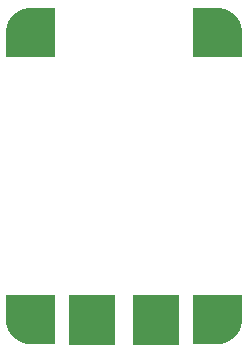
<source format=gts>
%FSTAX44Y44*%
%MOMM*%
%SFA1B1*%

%IPPOS*%
%ADD13R,3.999992X4.199992*%
%ADD14C,4.119992*%
%LNpcb1-1*%
%LPD*%
G36*
X00887805Y00281684D02*
Y00240363D01*
X00867144*
X00865109*
X00861117Y00241157*
X00857357Y00242715*
X00853973Y00244976*
X00851095Y00247854*
X00848834Y00251238*
X00847277Y00254998*
X00846482Y0025899*
Y00281684*
X00887805*
G37*
G36*
X01005164Y00281686D02*
X01046485D01*
Y00261024*
Y00258989*
X01045691Y00254997*
X01044134Y00251237*
X01041873Y00247853*
X01038995Y00244975*
X01035611Y00242714*
X0103185Y00241156*
X01027859Y00240362*
X01005164*
Y00281686*
G37*
G36*
X00887801Y00483006D02*
X0084648D01*
Y00503666*
Y00505701*
X00847274Y00509693*
X00848832Y00513453*
X00851093Y00516837*
X00853971Y00519715*
X00857355Y00521977*
X00861115Y00523534*
X00865107Y00524328*
X00887801*
Y00483006*
G37*
G36*
X01005162Y00483007D02*
Y00524328D01*
X01025823*
X01027858*
X01031849Y00523534*
X0103561Y00521976*
X01038994Y00519715*
X01041872Y00516837*
X01044133Y00513453*
X0104569Y00509693*
X01046484Y00505701*
Y00483007*
X01005162*
G37*
G54D13*
X00919463Y00260685D03*
X00973503D03*
G54D14*
X00867144Y00261025D03*
X01025824Y00261024D03*
X01025823Y00503666D03*
X00867142D03*
M02*
</source>
